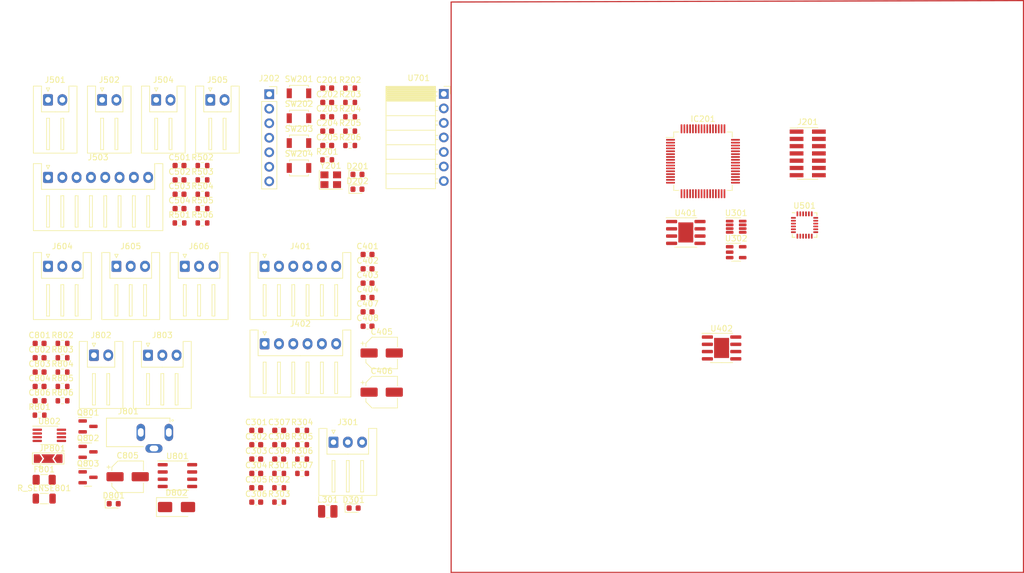
<source format=kicad_pcb>
(kicad_pcb (version 20221018) (generator pcbnew)
  (layers (0 "F.Cu" signal) (31 "B.Cu" signal) (34 "B.Paste" user) (35 "F.Paste" user) (36 "B.SilkS" user "B.Silkscreen") (37 "F.SilkS" user "F.Silkscreen") (38 "B.Mask" user) (39 "F.Mask" user) (44 "Edge.Cuts" user))
  (net 0 "")
  (net 2 "/STM32/LIDAR_PWM")
  (net 3 "/STM32/LIDAR_MOTOR_ENABLE")
  (net 4 "/STM32/LIDAR_MESURE_ENABLE")
  (net 8 "+3V3")
  (net 9 "GND")
  (net 10 "/STM32/OSC_IN")
  (net 11 "/STM32/OSC_OUT")
  (net 12 "/STM32/NRST")
  (net 14 "/Drivers and motors connectors/MOTOR_1_FWD")
  (net 15 "/Drivers and motors connectors/MOTOR_1_REV")
  (net 17 "Net-(D201-A)")
  (net 18 "Net-(D202-A)")
  (net 19 "/STM32/USART2_TX")
  (net 20 "/STM32/USART2_RX")
  (net 23 "/Drivers and motors connectors/ENCODER_2_A")
  (net 24 "/Drivers and motors connectors/ENCODER_2_B")
  (net 25 "/STM32/USART3_TX")
  (net 26 "/STM32/USART3_RX")
  (net 30 "/STM32/I2C_SCL")
  (net 31 "/STM32/I2C_SDA")
  (net 33 "/STM32/Bordure_1")
  (net 34 "/STM32/Bordure_2")
  (net 35 "/STM32/Bordure_3")
  (net 36 "/Drivers and motors connectors/ENCODER_1_B")
  (net 37 "/Drivers and motors connectors/ENCODER_1_A")
  (net 38 "/STM32/Bumper_1")
  (net 39 "/STM32/Bumper_2")
  (net 40 "/STM32/Bumper_3")
  (net 41 "/STM32/Bumper_4")
  (net 42 "/STM32/BTN_1")
  (net 43 "/STM32/BTN_2")
  (net 44 "/STM32/BTN_3")
  (net 45 "/STM32/SWDIO")
  (net 46 "/STM32/SWCLK")
  (net 50 "/STM32/PD0")
  (net 51 "/STM32/PD1")
  (net 52 "/STM32/PD2")
  (net 53 "/STM32/PD3")
  (net 54 "/STM32/PD4")
  (net 55 "/STM32/PD5")
  (net 56 "/STM32/PD6")
  (net 60 "/STM32/USART1_TX")
  (net 61 "/STM32/USART1_RX")
  (net 62 "/Drivers and motors connectors/MOTOR_2_REV")
  (net 63 "/Drivers and motors connectors/MOTOR_2_FWD")
  (net 67 "+3.3V")
  (net 71 "Net-(U301-PG)")
  (net 72 "+BATT")
  (net 73 "Net-(U301-SW)")
  (net 74 "Net-(U301-BST)")
  (net 75 "Net-(U301-EN{slash}SYNC)")
  (net 76 "Net-(U301-VCC)")
  (net 77 "Net-(U301-FB)")
  (net 78 "+5V")
  (net 80 "Net-(J401-Pin_1)")
  (net 81 "Net-(J401-Pin_6)")
  (net 82 "Net-(J402-Pin_1)")
  (net 83 "Net-(J402-Pin_6)")
  (net 90 "Net-(U501-REGOUT)")
  (net 97 "Net-(U501-CPOUT)")
  (net 100 "Net-(SW202-B)")
  (net 101 "Net-(SW203-B)")
  (net 102 "Net-(SW204-B)")
  (net 103 "Net-(C205-Pad1)")
  (net 104 "Net-(C304-Pad1)")
  (net 105 "Net-(C305-Pad1)")
  (net 106 "Net-(U801-TIMER)")
  (net 107 "Net-(U802-VDD)")
  (net 108 "Net-(U802-Vc)")
  (net 109 "Li_Ion-")
  (net 110 "Net-(U802-Sense)")
  (net 111 "BAT+")
  (net 112 "Net-(D802-K)")
  (net 113 "Net-(D201-K)")
  (net 114 "Net-(D202-K)")
  (net 115 "Net-(D301-K)")
  (net 116 "Net-(D801-K)")
  (net 117 "Net-(D801-A)")
  (net 118 "V_ALIM")
  (net 119 "Net-(JP801-C)")
  (net 122 "NiMh+")
  (net 123 "Li_Ion+")
  (net 124 "Li_Ion_INTER")
  (net 125 "Net-(Q801-D)")
  (net 126 "Net-(Q801-G)")
  (net 127 "Net-(Q802-G)")
  (net 128 "Net-(Q803-G)")
  (net 129 "Net-(Q803-S)")
  (net 130 "Net-(U802-V-)")
  (net 131 "Net-(U801-PROG)")
  (footprint "Resistor_SMD:R_0603_1608Metric" (layer "F.Cu") (at 28.8525 111.95)
    (fp_text reference "R802" (at 0 -1.43) (layer "F.SilkS"))
    (fp_text value "100")
    (pad "1" smd roundrect (at -0.825 0) (size 0.8 0.95) (layers "F.Cu" "F.Paste" "F.Mask") (net 107 "Net-(U802-VDD)"))
    (pad "2" smd roundrect (at 0.825 0) (size 0.8 0.95) (layers "F.Cu" "F.Paste" "F.Mask") (net 123 "Li_Ion+"))
  )
  (footprint "Resistor_SMD:R_0603_1608Metric" (layer "F.Cu") (at 79.1025 77.34)
    (fp_text reference "R206" (at 0 -1.43) (layer "F.SilkS"))
    (fp_text value "10")
    (pad "1" smd roundrect (at -0.825 0) (size 0.8 0.95) (layers "F.Cu" "F.Paste" "F.Mask") (net 11 "/STM32/OSC_OUT"))
    (pad "2" smd roundrect (at 0.825 0) (size 0.8 0.95) (layers "F.Cu" "F.Paste" "F.Mask") (net 103 "Net-(C205-Pad1)"))
  )
  (footprint "Connector_JST:JST_XH_S2B-XH-A_1x02_P2.50mm_Horizontal" (layer "F.Cu") (at 26.3125 69.37)
    (fp_text reference "J501" (at 1.25 -3.5) (layer "F.SilkS"))
    (fp_text value "Conn_Bmp_1")
    (pad "1" thru_hole roundrect (at 0 0) (size 1.7 2) (drill 1) (layers "*.Cu" "*.Mask") (roundrect_rratio 0.147059) (net 9 "GND"))
    (pad "2" thru_hole oval (at 2.5 0) (size 1.7 2) (drill 1) (layers "*.Cu" "*.Mask") (net 38 "/STM32/Bumper_1"))
  )
  (footprint "Capacitor_SMD:C_0603_1608Metric" (layer "F.Cu") (at 82.1425 103.93)
    (fp_text reference "C404" (at 0 -1.43) (layer "F.SilkS"))
    (fp_text value "47nF")
    (pad "1" smd roundrect (at -0.775 0) (size 0.9 0.95) (layers "F.Cu" "F.Paste" "F.Mask") (net 82 "Net-(J402-Pin_1)"))
    (pad "2" smd roundrect (at 0.775 0) (size 0.9 0.95) (layers "F.Cu" "F.Paste" "F.Mask") (net 9 "GND"))
  )
  (footprint "Package_TO_SOT_SMD:SOT-23" (layer "F.Cu") (at 33.3025 130.92)
    (fp_text reference "Q802" (at 0 -2.4) (layer "F.SilkS"))
    (fp_text value "NMOS")
    (pad "1" smd roundrect (at -0.9375 -0.95) (size 1.475 0.6) (layers "F.Cu" "F.Paste" "F.Mask") (net 125 "Net-(Q801-D)"))
    (pad "2" smd roundrect (at -0.9375 0.95) (size 1.475 0.6) (layers "F.Cu" "F.Paste" "F.Mask") (net 127 "Net-(Q802-G)"))
    (pad "3" smd roundrect (at 0.9375 0) (size 1.475 0.6) (layers "F.Cu" "F.Paste" "F.Mask") (net 9 "GND"))
  )
  (footprint "Resistor_SMD:R_0603_1608Metric" (layer "F.Cu") (at 53.3025 90.89)
    (fp_text reference "R506" (at 0 -1.43) (layer "F.SilkS"))
    (fp_text value "4.7k")
    (pad "1" smd roundrect (at -0.825 0) (size 0.8 0.95) (layers "F.Cu" "F.Paste" "F.Mask") (net 30 "/STM32/I2C_SCL"))
    (pad "2" smd roundrect (at 0.825 0) (size 0.8 0.95) (layers "F.Cu" "F.Paste" "F.Mask") (net 8 "+3V3"))
  )
  (footprint "Capacitor_SMD:C_0603_1608Metric" (layer "F.Cu") (at 66.7025 129.67)
    (fp_text reference "C308" (at 0 -1.43) (layer "F.SilkS"))
    (fp_text value "1uF")
    (pad "1" smd roundrect (at -0.775 0) (size 0.9 0.95) (layers "F.Cu" "F.Paste" "F.Mask") (net 78 "+5V"))
    (pad "2" smd roundrect (at 0.775 0) (size 0.9 0.95) (layers "F.Cu" "F.Paste" "F.Mask") (net 9 "GND"))
  )
  (footprint "Fuse:Fuse_1206_3216Metric" (layer "F.Cu") (at 25.6425 135.8)
    (fp_text reference "F801" (at 0 -1.82) (layer "F.SilkS"))
    (fp_text value "MF-NSML150/12-2")
    (pad "1" smd roundrect (at -1.4 0) (size 1.25 1.75) (layers "F.Cu" "F.Paste" "F.Mask") (roundrect_rratio 0.2) (net 111 "BAT+"))
    (pad "2" smd roundrect (at 1.4 0) (size 1.25 1.75) (layers "F.Cu" "F.Paste" "F.Mask") (roundrect_rratio 0.2) (net 119 "Net-(JP801-C)"))
  )
  (footprint "Connector_PinHeader_1.27mm:PinHeader_2x07_P1.27mm_Vertical_SMD" (layer "F.Cu") (at 159.05 78.73)
    (fp_text reference "J201" (at 0 -5.505) (layer "F.SilkS"))
    (fp_text value "ST/link connector")
    (pad "1" smd rect (at -1.95 -3.81) (size 2.4 0.74) (layers "F.Cu" "F.Paste" "F.Mask"))
    (pad "2" smd rect (at 1.95 -3.81) (size 2.4 0.74) (layers "F.Cu" "F.Paste" "F.Mask"))
    (pad "3" smd rect (at -1.95 -2.54) (size 2.4 0.74) (layers "F.Cu" "F.Paste" "F.Mask") (net 67 "+3.3V"))
    (pad "4" smd rect (at 1.95 -2.54) (size 2.4 0.74) (layers "F.Cu" "F.Paste" "F.Mask") (net 45 "/STM32/SWDIO"))
    (pad "5" smd rect (at -1.95 -1.27) (size 2.4 0.74) (layers "F.Cu" "F.Paste" "F.Mask") (net 9 "GND"))
    (pad "6" smd rect (at 1.95 -1.27) (size 2.4 0.74) (layers "F.Cu" "F.Paste" "F.Mask") (net 46 "/STM32/SWCLK"))
    (pad "7" smd rect (at -1.95 0) (size 2.4 0.74) (layers "F.Cu" "F.Paste" "F.Mask") (net 9 "GND"))
    (pad "8" smd rect (at 1.95 0) (size 2.4 0.74) (layers "F.Cu" "F.Paste" "F.Mask"))
    (pad "9" smd rect (at -1.95 1.27) (size 2.4 0.74) (layers "F.Cu" "F.Paste" "F.Mask"))
    (pad "10" smd rect (at 1.95 1.27) (size 2.4 0.74) (layers "F.Cu" "F.Paste" "F.Mask"))
    (pad "11" smd rect (at -1.95 2.54) (size 2.4 0.74) (layers "F.Cu" "F.Paste" "F.Mask") (net 9 "GND"))
    (pad "12" smd rect (at 1.95 2.54) (size 2.4 0.74) (layers "F.Cu" "F.Paste" "F.Mask") (net 12 "/STM32/NRST"))
    (pad "13" smd rect (at -1.95 3.81) (size 2.4 0.74) (layers "F.Cu" "F.Paste" "F.Mask") (net 61 "/STM32/USART1_RX"))
    (pad "14" smd rect (at 1.95 3.81) (size 2.4 0.74) (layers "F.Cu" "F.Paste" "F.Mask") (net 60 "/STM32/USART1_TX"))
  )
  (footprint "Resistor_SMD:R_0603_1608Metric" (layer "F.Cu") (at 70.7125 127.16)
    (fp_text reference "R304" (at 0 -1.43) (layer "F.SilkS"))
    (fp_text value "16k")
    (pad "1" smd roundrect (at -0.825 0) (size 0.8 0.95) (layers "F.Cu" "F.Paste" "F.Mask") (net 77 "Net-(U301-FB)"))
    (pad "2" smd roundrect (at 0.825 0) (size 0.8 0.95) (layers "F.Cu" "F.Paste" "F.Mask") (net 105 "Net-(C305-Pad1)"))
  )
  (footprint "Capacitor_SMD:C_0603_1608Metric" (layer "F.Cu") (at 24.8425 114.46)
    (fp_text reference "C802" (at 0 -1.43) (layer "F.SilkS"))
    (fp_text value "100n")
    (pad "1" smd roundrect (at -0.775 0) (size 0.9 0.95) (layers "F.Cu" "F.Paste" "F.Mask") (net 107 "Net-(U802-VDD)"))
    (pad "2" smd roundrect (at 0.775 0) (size 0.9 0.95) (layers "F.Cu" "F.Paste" "F.Mask") (net 108 "Net-(U802-Vc)"))
  )
  (footprint "Connector_JST:JST_XH_S2B-XH-A_1x02_P2.50mm_Horizontal" (layer "F.Cu") (at 45.2125 69.37)
    (fp_text reference "J504" (at 1.25 -3.5) (layer "F.SilkS"))
    (fp_text value "Conn_Bmp_3")
    (pad "1" thru_hole roundrect (at 0 0) (size 1.7 2) (drill 1) (layers "*.Cu" "*.Mask") (roundrect_rratio 0.147059) (net 9 "GND"))
    (pad "2" thru_hole oval (at 2.5 0) (size 1.7 2) (drill 1) (layers "*.Cu" "*.Mask") (net 39 "/STM32/Bumper_2"))
  )
  (footprint "Capacitor_SMD:C_0603_1608Metric" (layer "F.Cu") (at 82.1425 98.91)
    (fp_text reference "C402" (at 0 -1.43) (layer "F.SilkS"))
    (fp_text value "1uF")
    (pad "1" smd roundrect (at -0.775 0) (size 0.9 0.95) (layers "F.Cu" "F.Paste" "F.Mask") (net 8 "+3V3"))
    (pad "2" smd roundrect (at 0.775 0) (size 0.9 0.95) (layers "F.Cu" "F.Paste" "F.Mask") (net 9 "GND"))
  )
  (footprint "Capacitor_SMD:C_0603_1608Metric" (layer "F.Cu") (at 24.8425 119.48)
    (fp_text reference "C804" (at 0 -1.43) (layer "F.SilkS"))
    (fp_text value "100nF")
    (pad "1" smd roundrect (at -0.775 0) (size 0.9 0.95) (layers "F.Cu" "F.Paste" "F.Mask") (net 110 "Net-(U802-Sense)"))
    (pad "2" smd roundrect (at 0.775 0) (size 0.9 0.95) (layers "F.Cu" "F.Paste" "F.Mask") (net 109 "Li_Ion-"))
  )
  (footprint "Resistor_SMD:R_0603_1608Metric" (layer "F.Cu") (at 70.7125 129.67)
    (fp_text reference "R305" (at 0 -1.43) (layer "F.SilkS"))
    (fp_text value "7.68k")
    (pad "1" smd roundrect (at -0.825 0) (size 0.8 0.95) (layers "F.Cu" "F.Paste" "F.Mask") (net 9 "GND"))
    (pad "2" smd roundrect (at 0.825 0) (size 0.8 0.95) (layers "F.Cu" "F.Paste" "F.Mask") (net 105 "Net-(C305-Pad1)"))
  )
  (footprint "Capacitor_SMD:C_0603_1608Metric" (layer "F.Cu") (at 49.2925 85.87)
    (fp_text reference "C503" (at 0 -1.43) (layer "F.SilkS"))
    (fp_text value "0.1uF")
    (pad "1" smd roundrect (at -0.775 0) (size 0.9 0.95) (layers "F.Cu" "F.Paste" "F.Mask") (net 90 "Net-(U501-REGOUT)"))
    (pad "2" smd roundrect (at 0.775 0) (size 0.9 0.95) (layers "F.Cu" "F.Paste" "F.Mask") (net 9 "GND"))
  )
  (footprint "Resistor_SMD:R_0603_1608Metric" (layer "F.Cu") (at 79.1025 67.3)
    (fp_text reference "R202" (at 0 -1.43) (layer "F.SilkS"))
    (fp_text value "20k")
    (pad "1" smd roundrect (at -0.825 0) (size 0.8 0.95) (layers "F.Cu" "F.Paste" "F.Mask") (net 43 "/STM32/BTN_2"))
    (pad "2" smd roundrect (at 0.825 0) (size 0.8 0.95) (layers "F.Cu" "F.Paste" "F.Mask") (net 101 "Net-(SW203-B)"))
  )
  (footprint "LED_SMD:LED_0603_1608Metric" (layer "F.Cu") (at 80.3825 82.4)
    (fp_text reference "D201" (at 0 -1.43) (layer "F.SilkS"))
    (fp_text value "green")
    (pad "1" smd roundrect (at -0.7875 0) (size 0.875 0.95) (layers "F.Cu" "F.Paste" "F.Mask") (net 113 "Net-(D201-K)"))
    (pad "2" smd roundrect (at 0.7875 0) (size 0.875 0.95) (layers "F.Cu" "F.Paste" "F.Mask") (net 17 "Net-(D201-A)"))
  )
  (footprint "DCJack_footprint:WE_694102303002" (layer "F.Cu") (at 42.5225 127.52)
    (fp_text reference "J801" (at -2.185 -3.685) (layer "F.SilkS"))
    (fp_text value "DC_Jack_ALIM")
    (pad "1" thru_hole oval (at 4.9 0) (size 1.5 3) (drill oval 1 1.5) (layers "*.Cu" "*.Mask") (net 118 "V_ALIM"))
    (pad "2" thru_hole oval (at 0 0) (size 1.5 3) (drill oval 1 1.5) (layers "*.Cu" "*.Mask") (net 9 "GND"))
    (pad "3" thru_hole oval (at 2.3 2.8) (size 3 1.5) (drill oval 1.5 1) (layers "*.Cu" "*.Mask"))
  )
  (footprint "Resistor_SMD:R_0603_1608Metric" (layer "F.Cu") (at 53.3025 88.38)
    (fp_text reference "R505" (at 0 -1.43) (layer "F.SilkS"))
    (fp_text value "4.7k")
    (pad "1" smd roundrect (at -0.825 0) (size 0.8 0.95) (layers "F.Cu" "F.Paste" "F.Mask") (net 31 "/STM32/I2C_SDA"))
    (pad "2" smd roundrect (at 0.825 0) (size 0.8 0.95) (layers "F.Cu" "F.Paste" "F.Mask") (net 8 "+3V3"))
  )
  (footprint "Capacitor_SMD:C_0603_1608Metric" (layer "F.Cu") (at 75.0925 67.3)
    (fp_text reference "C201" (at 0 -1.43) (layer "F.SilkS"))
    (fp_text value "0.1uF")
    (pad "1" smd roundrect (at -0.775 0) (size 0.9 0.95) (layers "F.Cu" "F.Paste" "F.Mask") (net 100 "Net-(SW202-B)"))
    (pad "2" smd roundrect (at 0.775 0) (size 0.9 0.95) (layers "F.Cu" "F.Paste" "F.Mask") (net 9 "GND"))
  )
  (footprint "Connector_JST:JST_XH_S3B-XH-A_1x03_P2.50mm_Horizontal" (layer "F.Cu") (at 38.2625 98.47)
    (fp_text reference "J605" (at 2.5 -3.5) (layer "F.SilkS"))
    (fp_text value "Conn_bord2")
    (pad "1" thru_hole roundrect (at 0 0) (size 1.7 1.95) (drill 0.95) (layers "*.Cu" "*.Mask") (roundrect_rratio 0.147059) (net 9 "GND"))
    (pad "2" thru_hole oval (at 2.5 0) (size 1.7 1.95) (drill 0.95) (layers "*.Cu" "*.Mask") (net 67 "+3.3V"))
    (pad "3" thru_hole oval (at 5 0) (size 1.7 1.95) (drill 0.95) (layers "*.Cu" "*.Mask") (net 34 "/STM32/Bordure_2"))
  )
  (footprint "Capacitor_SMD:C_0603_1608Metric" (layer "F.Cu") (at 62.6925 129.67)
    (fp_text reference "C302" (at 0 -1.43) (layer "F.SilkS"))
    (fp_text value "0.1uF")
    (pad "1" smd roundrect (at -0.775 0) (size 0.9 0.95) (layers "F.Cu" "F.Paste" "F.Mask") (net 76 "Net-(U301-VCC)"))
    (pad "2" smd roundrect (at 0.775 0) (size 0.9 0.95) (layers "F.Cu" "F.Paste" "F.Mask") (net 9 "GND"))
  )
  (footprint "Resistor_SMD:R_0603_1608Metric" (layer "F.Cu") (at 66.7025 134.69)
    (fp_text reference "R301" (at 0 -1.43) (layer "F.SilkS"))
    (fp_text value "10k")
    (pad "1" smd roundrect (at -0.825 0) (size 0.8 0.95) (layers "F.Cu" "F.Paste" "F.Mask") (net 72 "+BATT"))
    (pad "2" smd roundrect (at 0.825 0) (size 0.8 0.95) (layers "F.Cu" "F.Paste" "F.Mask") (net 75 "Net-(U301-EN{slash}SYNC)"))
  )
  (footprint "Capacitor_SMD:C_0603_1608Metric" (layer "F.Cu") (at 82.1425 96.4)
    (fp_text reference "C401" (at 0 -1.43) (layer "F.SilkS"))
    (fp_text value "1uF")
    (pad "1" smd roundrect (at -0.775 0) (size 0.9 0.95) (layers "F.Cu" "F.Paste" "F.Mask") (net 8 "+3V3"))
    (pad "2" smd roundrect (at 0.775 0) (size 0.9 0.95) (layers "F.Cu" "F.Paste" "F.Mask") (net 9 "GND"))
  )
  (footprint "Connector_JST:JST_XH_S3B-XH-A_1x03_P2.50mm_Horizontal" (layer "F.Cu") (at 26.3125 98.47)
    (fp_text reference "J604" (at 2.5 -3.5) (layer "F.SilkS"))
    (fp_text value "Conn_bord1")
    (pad "1" thru_hole roundrect (at 0 0) (size 1.7 1.95) (drill 0.95) (layers "*.Cu" "*.Mask") (roundrect_rratio 0.147059) (net 9 "GND"))
    (pad "2" thru_hole oval (at 2.5 0) (size 1.7 1.95) (drill 0.95) (layers "*.Cu" "*.Mask") (net 67 "+3.3V"))
    (pad "3" thru_hole oval (at 5 0) (size 1.7 1.95) (drill 0.95) (layers "*.Cu" "*.Mask") (net 33 "/STM32/Bordure_1"))
  )
  (footprint "Button_Switch_SMD:SW_SPST_B3U-1000P" (layer "F.Cu") (at 70.1625 72.57)
    (fp_text reference "SW202" (at 0 -2.5) (layer "F.SilkS"))
    (fp_text value "BTN_1")
    (pad "1" smd rect (at -1.7 0) (size 0.9 1.7) (layers "F.Cu" "F.Paste" "F.Mask") (net 9 "GND"))
    (pad "2" smd rect (at 1.7 0) (size 0.9 1.7) (layers "F.Cu" "F.Paste" "F.Mask") (net 100 "Net-(SW202-B)"))
  )
  (footprint "Capacitor_SMD:C_0603_1608Metric" (layer "F.Cu") (at 62.6925 132.18)
    (fp_text reference "C303" (at 0 -1.43) (layer "F.SilkS"))
    (fp_text value "0.1uF")
    (pad "1" smd roundrect (at -0.775 0) (size 0.9 0.95) (layers "F.Cu" "F.Paste" "F.Mask") (net 72 "+BATT"))
    (pad "2" smd roundrect (at 0.775 0) (size 0.9 0.95) (layers "F.Cu" "F.Paste" "F.Mask") (net 9 "GND"))
  )
  (footprint "Capacitor_SMD:C_0603_1608Metric" (layer "F.Cu") (at 24.8425 121.99)
    (fp_text reference "C806" (at 0 -1.43) (layer "F.SilkS"))
    (fp_text value "1µF")
    (pad "1" smd roundrect (at -0.775 0) (size 0.9 0.95) (layers "F.Cu" "F.Paste" "F.Mask") (net 112 "Net-(D802-K)"))
    (pad "2" smd roundrect (at 0.775 0) (size 0.9 0.95) (layers "F.Cu" "F.Paste" "F.Mask") (net 9 "GND"))
  )
  (footprint "Connector_JST:JST_XH_S8B-XH-A_1x08_P2.50mm_Horizontal" (layer "F.Cu") (at 26.3125 82.92)
    (fp_text reference "J503" (at 8.75 -3.5) (layer "F.SilkS"))
    (fp_text value "Conn_lidar")
    (pad "1" thru_hole roundrect (at 0 0) (size 1.7 1.95) (drill 0.95) (layers "*.Cu" "*.Mask") (roundrect_rratio 0.147059))
    (pad "2" thru_hole oval (at 2.5 0) (size 1.7 1.95) (drill 0.95) (layers "*.Cu" "*.Mask") (net 3 "/STM32/LIDAR_MOTOR_ENABLE"))
    (pad "3" thru_hole oval (at 5 0) (size 1.7 1.95) (drill 0.95) (layers "*.Cu" "*.Mask") (net 4 "/STM32/LIDAR_MESURE_ENABLE"))
    (pad "4" thru_hole oval (at 7.5 0) (size 1.7 1.95) (drill 0.95) (layers "*.Cu" "*.Mask") (net 2 "/STM32/LIDAR_PWM"))
    (pad "5" thru_hole oval (at 10 0) (size 1.7 1.95) (drill 0.95) (layers "*.Cu" "*.Mask") (net 9 "GND"))
    (pad "6" thru_hole oval (at 12.5 0) (size 1.7 1.95) (drill 0.95) (layers "*.Cu" "*.Mask") (net 19 "/STM32/USART2_TX"))
    (pad "7" thru_hole oval (at 15 0) (size 1.7 1.95) (drill 0.95) (layers "*.Cu" "*.Mask") (net 20 "/STM32/USART2_RX"))
    (pad "8" thru_hole oval (at 17.5 0) (size 1.7 1.95) (drill 0.95) (layers "*.Cu" "*.Mask") (net 78 "+5V"))
  )
  (footprint "Inductor_SMD:L_1008_2520Metric" (layer "F.Cu") (at 75.1925 141.33)
    (fp_text reference "L301" (at 0 -2.05) (layer "F.SilkS"))
    (fp_text value "4.7uH")
    (pad "1" smd roundrect (at -1.075 0) (size 1.25 2.2) (layers "F.Cu" "F.Paste" "F.Mask") (roundrect_rratio 0.2) (net 73 "Net-(U301-SW)"))
    (pad "2" smd roundrect (at 1.075 0) (size 1.25 2.2) (layers "F.Cu" "F.Paste" "F.Mask") (roundrect_rratio 0.2) (net 78 "+5V"))
  )
  (footprint "Capacitor_SMD:C_0603_1608Metric" (layer "F.Cu") (at 75.0925 69.81)
    (fp_text reference "C202" (at 0 -1.43) (layer "F.SilkS"))
    (fp_text value "0.1uF")
    (pad "1" smd roundrect (at -0.775 0) (size 0.9 0.95) (layers "F.Cu" "F.Paste" "F.Mask") (net 101 "Net-(SW203-B)"))
    (pad "2" smd roundrect (at 0.775 0) (size 0.9 0.95) (layers "F.Cu" "F.Paste" "F.Mask") (net 9 "GND"))
  )
  (footprint "Capacitor_SMD:C_0603_1608Metric" (layer "F.Cu") (at 24.8425 111.95)
    (fp_text reference "C801" (at 0 -1.43) (layer "F.SilkS"))
    (fp_text value "0.1µF")
    (pad "1" smd roundrect (at -0.775 0) (size 0.9 0.95) (layers "F.Cu" "F.Paste" "F.Mask") (net 106 "Net-(U801-TIMER)"))
    (pad "2" smd roundrect (at 0.775 0) (size 0.9 0.95) (layers "F.Cu" "F.Paste" "F.Mask") (net 9 "GND"))
  )
  (footprint "Resistor_SMD:R_0603_1608Metric" (layer "F.Cu") (at 75.0925 79.85)
    (fp_text reference "R201" (at 0 -1.43) (layer "F.SilkS"))
    (fp_text value "20k")
    (pad "1" smd roundrect (at -0.825 0) (size 0.8 0.95) (layers "F.Cu" "F.Paste" "F.Mask") (net 42 "/STM32/BTN_1"))
    (pad "2" smd roundrect (at 0.825 0) (size 0.8 0.95) (layers "F.Cu" "F.Paste" "F.Mask") (net 100 "Net-(SW202-B)"))
  )
  (footprint "Capacitor_SMD:CP_Elec_5x5.4" (layer "F.Cu") (at 84.6125 120.48)
    (fp_text reference "C406" (at 0 -3.7) (layer "F.SilkS"))
    (fp_text value "10uF")
    (pad "1" smd roundrect (at -2.2 0) (size 3 1.6) (layers "F.Cu" "F.Paste" "F.Mask") (roundrect_rratio 0.15625) (net 72 "+BATT"))
    (pad "2" smd roundrect (at 2.2 0) (size 3 1.6) (layers "F.Cu" "F.Paste" "F.Mask") (roundrect_rratio 0.15625) (net 9 "GND"))
  )
  (footprint "Capacitor_SMD:C_0603_1608Metric" (layer "F.Cu") (at 66.7025 132.18)
    (fp_text reference "C309" (at 0 -1.43) (layer "F.SilkS"))
    (fp_text value "1uF")
    (pad "1" smd roundrect (at -0.775 0) (size 0.9 0.95) (layers "F.Cu" "F.Paste" "F.Mask") (net 8 "+3V3"))
    (pad "2" smd roundrect (at 0.775 0) (size 0.9 0.95) (layers "F.Cu" "F.Paste" "F.Mask") (net 9 "GND"))
  )
  (footprint "Capacitor_SMD:C_0603_1608Metric" (layer "F.Cu") (at 75.0925 72.32)
    (fp_text reference "C203" (at 0 -1.43) (layer "F.SilkS"))
    (fp_text value "0.1uF")
    (pad "1" smd roundrect (at -0.775 0) (size 0.9 0.95) (layers "F.Cu" "F.Paste" "F.Mask") (net 102 "Net-(SW204-B)"))
    (pad "2" smd roundrect (at 0.775 0) (size 0.9 0.95) (layers "F.Cu" "F.Paste" "F.Mask") (net 9 "GND"))
  )
  (footprint "Package_TO_SOT_SMD:SOT-23" (layer "F.Cu") (at 33.3025 135.37)
    (fp_text reference "Q803" (at 0 -2.4) (layer "F.SilkS"))
    (fp_text value "PMOS")
    (pad "1" smd roundrect (at -0.9375 -0.95) (size 1.475 0.6) (layers "F.Cu" "F.Paste" "F.Mask") (net 111 "BAT+"))
    (pad "2" smd roundrect (at -0.9375 0.95) (size 1.475 0.6) (layers "F.Cu" "F.Paste" "F.Mask") (net 128 "Net-(Q803-G)"))
    (pad "3" smd roundrect (at 0.9375 0) (size 1.475 0.6) (layers "F.Cu" "F.Paste" "F.Mask") (net 129 "Net-(Q803-S)"))
  )
  (footprint "Capacitor_SMD:C_0603_1608Metric" (layer "F.Cu") (at 62.6925 134.69)
    (fp_text reference "C304" (at 0 -1.43) (layer "F.SilkS"))
    (fp_text value "0.1uF")
    (pad "1" smd roundrect (at -0.775 0) (size 0.9 0.95) (layers "F.Cu" "F.Paste" "F.Mask") (net 104 "Net-(C304-Pad1)"))
    (pad "2" smd roundrect (at 0.775 0) (size 0.9 0.95) (layers "F.Cu" "F.Paste" "F.Mask") (net 73 "Net-(U301-SW)"))
  )
  (footprint "Package_TO_SOT_SMD:SOT-23-5" (layer "F.Cu") (at 146.55 96)
    (fp_text reference "U302" (at 0 -2.4) (layer "F.SilkS"))
    (fp_text value "MIC5317-3.3xM5")
    (pad "1" smd roundrect (at -1.1375 -0.95) (size 1.325 0.6) (layers "F.Cu" "F.Paste" "F.Mask") (net 78 "+5V"))
    (pad "2" smd roundrect (at -1.1375 0) (size 1.325 0.6) (layers "F.Cu" "F.Paste" "F.Mask") (net 9 "GND"))
    (pad "3" smd roundrect (at -1.1375 0.95) (size 1.325 0.6) (layers "F.Cu" "F.Paste" "F.Mask") (net 78 "+5V"))
    (pad "4" smd roundrect (at 1.1375 0.95) (size 1.325 0.6) (layers "F.Cu" "F.Paste" "F.Mask"))
    (pad "5" smd roundrect (at 1.1375 -0.95) (size 1.325 0.6) (layers "F.Cu" "F.Paste" "F.Mask") (net 8 "+3V3"))
  )
  (footprint "Connector_JST:JST_XH_S6B-XH-A_1x06_P2.50mm_Horizontal" (layer "F.Cu") (at 64.1625 98.47)
    (fp_text reference "J401" (at 6.25 -3.5) (layer "F.SilkS"))
    (fp_text value "Conn_motor1")
    (pad "1" thru_hole roundrect (at 0 0) (size 1.7 1.95) (drill 0.95) (layers "*.Cu" "*.Mask") (roundrect_rratio 0.147059) (net 80 "Net-(J401-Pin_1)"))
    (pad "2" thru_hole oval (at 2.5 0) (size 1.7 1.95) (drill 0.95) (layers "*.Cu" "*.Mask") (net 9 "GND"))
    (pad "3" thru_hole oval (at 5 0) (size 1.7 1.95) (drill 0.95) (layers "*.Cu" "*.Mask") (net 37 "/Drivers and motors connectors/ENCODER_1_A"))
    (pad "4" thru_hole oval (at 7.5 0) (size 1.7 1.95) (drill 0.95) (layers "*.Cu" "*.Mask") (net 36 "/Drivers and motors connectors/ENCODER_1_B"))
    (pad "5" thru_hole oval (at 10 0) (size 1.7 1.95) (drill 0.95) (layers "*.Cu" "*.Mask") (net 8 "+3V3"))
    (pad "6" thru_hole oval (at 12.5 0) (size 1.7 1.95) (drill 0.95) (layers "*.Cu" "*.Mask") (net 81 "Net-(J401-Pin_6)"))
  )
  (footprint "Package_SO:MSOP-8_3x3mm_P0.65mm" (layer "F.Cu") (at 26.5425 128.03)
    (fp_text reference "U802" (at 0 -2.45) (layer "F.SilkS"))
    (fp_text value "~")
    (pad "1" smd roundrect (at -2.1125 -0.975) (size 1.625 0.4) (layers "F.Cu" "F.Paste" "F.Mask") (net 107 "Net-(U802-VDD)"))
    (pad "2" smd roundrect (at -2.1125 -0.325) (size 1.625 0.4) (layers "F.Cu" "F.Paste" "F.Mask") (net 127 "Net-(Q802-G)"))
    (pad "3" smd roundrect (at -2.1125 0.325) (size 1.625 0.4) (layers "F.Cu" "F.Paste" "F.Mask") (net 130 "Net-(U802-V-)"))
    (pad "4" smd roundrect (at -2.1125 0.975) (size 1.625 0.4) (layers "F.Cu" "F.Paste" "F.Mask") (net 109 "Li_Ion-"))
    (pad "5" smd roundrect (at 2.1125 0.975) (size 1.625 0.4) (layers "F.Cu" "F.Paste" "F.Mask") (net 110 "Net-(U802-Sense)"))
    (pad "6" smd roundrect (at 2.1125 0.325) (size 1.625 0.4) (layers "F.Cu" "F.Paste" "F.Mask") (net 108 "Net-(U802-Vc)"))
    (pad "7" smd roundrect (at 2.1125 -0.325) (size 1.625 0.4) (layers "F.Cu" "F.Paste" "F.Mask"))
    (pad "8" smd roundrect (at 2.1125 -0.975) (size 1.625 0.4) (layers "F.Cu" "F.Paste" "F.Mask") (net 126 "Net-(Q801-G)"))
  )
  (footprint "Connector_JST:JST_XH_S3B-XH-A_1x03_P2.50mm_Horizontal" (layer "F.Cu") (at 43.7825 114.02)
    (fp_text reference "J803" (at 2.5 -3.5) (layer "F.SilkS"))
    (fp_text value "Li-Ion_Conn")
    (pad "1" thru_hole roundrect (at 0 0) (size 1.7 1.95) (drill 0.95) (layers "*.Cu" "*.Mask") (roundrect_rratio 0.147059) (net 123 "Li_Ion+"))
    (pad "2" thru_hole oval (at 2.5 0) (size 1.7 1.95) (drill 0.95) (layers "*.Cu" "*.Mask") (net 124 "Li_Ion_INTER"))
    (pad "3" thru_hole oval (at 5 0) (size 1.7 1.95) (drill 0.95) (layers "*.Cu" "*.Mask") (net 109 "Li_Ion-"))
  )
  (footprint "Crystal:Crystal_SMD_3225-4Pin_3.2x2.5mm" (layer "F.Cu") (at 75.7125 83.33)
    (fp_text reference "Y201" (at 0 -2.45) (layer "F.SilkS"))
    (fp_text value "Crystal")
    (pad "1" smd rect (at -1.1 0.85) (size 1.4 1.2) (layers "F.Cu" "F.Paste" "F.Mask") (net 10 "/STM32/OSC_IN"))
    (pad "2" smd rect (at 1.1 0.85) (size 1.4 1.2) (layers "F.Cu" "F.Paste" "F.Mask") (net 103 "Net-(C205-Pad1)"))
    (pad "3" smd rect (at 1.1 -0.85) (size 1.4 1.2) (layers "F.Cu" "F.Paste" "F.Mask"))
    (pad "4" smd rect (at -1.1 -0.85) (size 1.4 1.2) (layers "F.Cu" "F.Paste" "F.Mask"))
  )
  (footprint "Resistor_SMD:R_0603_1608Metric" (layer "F.Cu") (at 28.8525 119.48)
    (fp_text reference "R805" (at 0 -1.43) (layer "F.SilkS"))
    (fp_text value "2k")
    (pad "1" smd roundrect (at -0.825 0) (size 0.8 0.95) (layers "F.Cu" "F.Paste" "F.Mask") (net 130 "Net-(U802-V-)"))
    (pad "2" smd roundrect (at 0.825 0) (size 0.8 0.95) (layers "F.Cu" "F.Paste" "F.Mask") (net 9 "GND"))
  )
  (footprint "Resistor_SMD:R_0603_1608Metric" (layer "F.Cu") (at 66.7025 137.2)
    (fp_text reference "R302" (at 0 -1.43) (layer "F.SilkS"))
    (fp_text value "100k")
    (pad "1" smd roundrect (at -0.825 0) (size 0.8 0.95) (layers "F.Cu" "F.Paste" "F.Mask") (net 76 "Net-(U301-VCC)"))
    (pad "2" smd roundrect (at 0.825 0) (size 0.8 0.95) (layers "F.Cu" "F.Paste" "F.Mask") (net 71 "Net-(U301-PG)"))
  )
  (footprint "Capacitor_SMD:CP_Elec_5x5.4" (layer "F.Cu") (at 40.2225 135.27)
    (fp_text reference "C805" (at 0 -3.7) (layer "F.SilkS"))
    (fp_text value "10µ")
    (pad "1" smd roundrect (at -2.2 0) (size 3 1.6) (layers "F.Cu" "F.Paste" "F.Mask") (roundrect_rratio 0.15625) (net 111 "BAT+"))
    (pad "2" smd roundrect (at 2.2 0) (size 3 1.6) (layers "F.Cu" "F.Paste" "F.Mask") (roundrect_rratio 0.15625) (net 9 "GND"))
  )
  (footprint "Resistor_SMD:R_0603_1608Metric" (layer "F.Cu") (at 28.8525 116.97)
    (fp_text reference "R804" (at 0 -1.43) (layer "F.SilkS"))
    (fp_text value "100")
    (pad "1" smd roundrect (at -0.825 0) (size 0.8 0.95) (layers "F.Cu" "F.Paste" "F.Mask") (net 123 "Li_Ion+"))
    (pad "2" smd roundrect (at 0.825 0) (size 0.8 0.95) (layers "F.Cu" "F.Paste" "F.Mask") (net 110 "Net-(U802-Sense)"))
  )
  (footprint "Connector_JST:JST_XH_S3B-XH-A_1x03_P2.50mm_Horizontal" (layer "F.Cu") (at 50.2125 98.47)
    (fp_text reference "J606" (at 2.5 -3.5) (layer "F.SilkS"))
    (fp_text value "Conn_bord3")
    (pad "1" thru_hole roundrect (at 0 0) (size 1.7 1.95) (drill 0.95) (layers "*.Cu" "*.Mask") (roundrect_rratio 0.147059) (net 9 "GND"))
    (pad "2" thru_hole oval (at 2.5 0) (size 1.7 1.95) (drill 0.95) (layers "*.Cu" "*.Mask") (net 67 "+3.3V"))
    (pad "3" thru_hole oval (at 5 0) (size 1.7 1.95) (drill 0.95) (layers "*.Cu" "*.Mask") (net 35 "/STM32/Bordure_3"))
  )
  (footprint "Capacitor_SMD:C_0603_1608Metric" (layer "F.Cu") (at 82.1425 108.95)
    (fp_text reference "C408" (at 0 -1.43) (layer "F.SilkS"))
    (fp_text value "47nF")
    (pad "1" smd roundrect (at -0.775 0) (size 0.9 0.95) (layers "F.Cu" "F.Paste" "F.Mask") (net 83 "Net-(J402-Pin_6)"))
    (pad "2" smd roundrect (at 0.775 0) (size 0.9 0.95) (layers "F.Cu" "F.Paste" "F.Mask") (net 9 "GND"))
  )
  (footprint "Resistor_SMD:R_1206_3216Metric" (layer "F.Cu") (at 25.6425 139.09)
    (fp_text reference "R_SENSE801" (at 0 -1.82) (layer "F.SilkS"))
    (fp_text value "0.2")
    (pad "1" smd roundrect (at -1.4625 0) (size 1.125 1.75) (layers "F.Cu" "F.Paste" "F.Mask") (roundrect_rratio 0.222222) (net 112 "Net-(D802-K)"))
    (pad "2" smd roundrect (at 1.4625 0) (size 1.125 1.75) (layers "F.Cu" "F.Paste" "F.Mask") (roundrect_rratio 0.222222) (net 129 "Net-(Q803-S)"))
  )
  (footprint "Sensor_Motion:InvenSense_QFN-24_4x4mm_P0.5mm" (layer "F.Cu") (at 158.5 91.25)
    (fp_text reference "U501" (at 0 -3.375) (layer "F.SilkS"))
    (fp_text value "MPU-6050")
    (pad "1" smd roundrect (at -1.95 -1.25) (size 0.85 0.3) (layers "F.Cu" "F.Paste" "F.Mask") (net 9 "GND"))
    (pad "2" smd roundrect (at -1.95 -0.75) (size 0.85 0.3) (layers "F.Cu" "F.Paste" "F.Mask"))
    (pad "3" smd roundrect (at -1.95 -0.25) (size 0.85 0.3) (layers "F.Cu" "F.Paste" "F.Mask"))
    (pad "4" smd roundrect (at -1.95 0.25) (size 0.85 0.3) (layers "F.Cu" "F.Paste" "F.Mask"))
    (pad "5" smd roundrect (at -1.95 0.75) (size 0.85 0.3) (layers "F.Cu" "F.Paste" "F.Mask"))
    (pad "6" smd roundrect (at -1.95 1.25) (size 0.85 0.3) (layers "F.Cu" "F.Paste" "F.Mask"))
    (pad "7" smd roundrect (at -1.25 1.95 90) (size 0.85 0.3) (layers "F.Cu" "F.Paste" "F.Mask"))
    (pad "8" smd roundrect (at -0.75 1.95 90) (size 0.85 0.3) (layers "F.Cu" "F.Paste" "F.Mask") (net 8 "+3V3"))
    (pad "9" smd roundrect (at -0.25 1.95 90) (size 0.85 0.3) (layers "F.Cu" "F.Paste" "F.Mask") (net 9 "GND"))
    (pad "10" smd roundrect (at 0.25 1.95 90) (size 0.85 0.3) (layers "F.Cu" "F.Paste" "F.Mask") (net 90 "Net-(U501-REGOUT)"))
    (pad "11" smd roundrect (at 0.75 1.95 90) (size 0.85 0.3) (layers "F.Cu" "F.Paste" "F.Mask") (net 9 "GND"))
    (pad "12" smd roundrect (at 1.25 1.95 90) (size 0.85 0.3) (layers "F.Cu" "F.Paste" "F.Mask"))
    (pad "13" smd roundrect (at 1.95 1.25) (size 0.85 0.3) (layers "F.Cu" "F.Paste" "F.Mask") (net 8 "+3V3"))
    (pad "14" smd roundrect (at 1.95 0.75) (size 0.85 0.3) (layers "F.Cu" "F.Paste" "F.Mask"))
    (pad "15" smd roundrect (at 1.95 0.25) (size 0.85 0.3) (layers "F.Cu" "F.Paste" "F.Mask"))
    (pad "16" smd roundrect (at 1.95 -0.25) (size 0.85 0.3) (layers "F.Cu" "F.Paste" "F.Mask"))
    (pad "17" smd roundrect (at 1.95 -0.75) (size 0.85 0.3) (layers "F.Cu" "F.Paste" "F.Mask"))
    (pad "18" smd roundrect (at 1.95 -1.25) (size 0.85 0.3) (layers "F.Cu" "F.Paste" "F.Mask") (net 9 "GND"))
    (pad "19" smd roundrect (at 1.25 -1.95 90) (size 0.85 0.3) (layers "F.Cu" "F.Paste" "F.Mask"))
    (pad "20" smd roundrect (at 0.75 -1.95 90) (size 0.85 0.3) (layers "F.Cu" "F.Paste" "F.Mask") (net 97 "Net-(U501-CPOUT)"))
    (pad "21" smd roundrect (at 0.25 -1.95 90) (size 0.85 0.3) (layers "F.Cu" "F.Paste" "F.Mask"))
    (pad "22" smd roundrect (at -0.25 -1.95 90) (size 0.85 0.3) (layers "F.Cu" "F.Paste" "F.Mask"))
    (pad "23" smd roundrect (at -0.75 -1.95 90) (size 0.85 0.3) (layers "F.Cu" "F.Paste" "F.Mask") (net 30 "/STM32/I2C_SCL"))
    (pad "24" smd roundrect (at -1.25 -1.95 90) (size 0.85 0.3) (layers "F.Cu" "F.Paste" "F.Mask") (net 31 "/STM32/I2C_SDA"))
  )
  (footprint "Connector_JST:JST_XH_S2B-XH-A_1x02_P2.50mm_Horizontal" (layer "F.Cu") (at 34.3325 114.02)
    (fp_text reference "J802" (at 1.25 -3.5) (layer "F.SilkS"))
    (fp_text value "NiMH_Conn")
    (pad "1" thru_hole roundrect (at 0 0) (size 1.7 2) (drill 1) (layers "*.Cu" "*.Mask") (roundrect_rratio 0.147059) (net 122 "NiMh+"))
    (pad "2" thru_hole oval (at 2.5 0) (size 1.7 2) (drill 1) (layers "*.Cu" "*.Mask") (net 9 "GND"))
  )
  (footprint "Capacitor_SMD:C_0603_1608Metric" (layer "F.Cu") (at 75.0925 77.34)
    (fp_text reference "C205" (at 0 -1.43) (layer "F.SilkS"))
    (fp_text value "10pF")
    (pad "1" smd roundrect (at -0.775 0) (size 0.9 0.95) (layers "F.Cu" "F.Paste" "F.Mask") (net 103 "Net-(C205-Pad1)"))
    (pad "2" smd roundrect (at 0.775 0) (size 0.9 0.95) (layers "F.Cu" "F.Paste" "F.Mask") (net 9 "GND"))
  )
  (footprint "LED_SMD:LED_0603_1608Metric" (layer "F.Cu") (at 79.7125 140.75)
    (fp_text reference "D301" (at 0 -1.43) (layer "F.SilkS"))
    (fp_text value "blue")
    (pad "1" smd roundrect (at -0.7875 0) (size 0.875 0.95) (layers "F.Cu" "F.Paste" "F.Mask") (net 115 "Net-(D301-K)"))
    (pad "2" smd roundrect (at 0.7875 0) (size 0.875 0.95) (layers "F.Cu" "F.Paste" "F.Mask") (net 78 "+5V"))
  )
  (footprint "Capacitor_SMD:C_0603_1608Metric" (layer "F.Cu") (at 49.2925 83.36)
    (fp_text reference "C502" (at 0 -1.43) (layer "F.SilkS"))
    (fp_text value "0.01uF")
    (pad "1" smd roundrect (at -0.775 0) (size 0.9 0.95) (layers "F.Cu" "F.Paste" "F.Mask") (net 8 "+3V3"))
    (pad "2" smd roundrect (at 0.775 0) (size 0.9 0.95) (layers "F.Cu" "F.Paste" "F.Mask") (net 9 "GND"))
  )
  (footprint "Capacitor_SMD:C_0603_1608Metric" (layer "F.Cu") (at 24.8425 116.97)
    (fp_text reference "C803" (at 0 -1.43) (layer "F.SilkS"))
    (fp_text value "100n")
    (pad "1" smd roundrect (at -0.775 0) (size 0.9 0.95) (layers "F.Cu" "F.Paste" "F.Mask") (net 108 "Net-(U802-Vc)"))
    (pad "2" smd roundrect (at 0.775 0) (size 0.9 0.95) (layers "F.Cu" "F.Paste" "F.Mask") (net 109 "Li_Ion-"))
  )
  (footprint "LED_SMD:LED_0603_1608Metric" (layer "F.Cu") (at 37.7925 139.99)
    (fp_text reference "D801" (at 0 -1.43) (layer "F.SilkS"))
    (fp_text value "LED")
    (pad "1" smd roundrect (at -0.7875 0) (size 0.875 0.95) (layers "F.Cu" "F.Paste" "F.Mask") (net 116 "Net-(D801-K)"))
    (pad "2" smd roundrect (at 0.7875 0) (size 0.875 0.95) (layers "F.Cu" "F.Paste" "F.Mask") (net 117 "Net-(D801-A)"))
  )
  (footprint "Button_Switch_SMD:SW_SPST_B3U-1000P" (layer "F.Cu") (at 70.1625 68.22)
    (fp_text reference "SW201" (at 0 -2.5) (layer "F.SilkS"))
    (fp_text value "RESET")
    (pad "1" smd rect (at -1.7 0) (size 0.9 1.7) (layers "F.Cu" "F.Paste" "F.Mask") (net 9 "GND"))
    (pad "2" smd rect (at 1.7 0) (size 0.9 1.7) (layers "F.Cu" "F.Paste" "F.Mask") (net 12 "/STM32/NRST"))
  )
  (footprint "Connector_JST:JST_XH_S2B-XH-A_1x02_P2.50mm_Horizontal" (layer "F.Cu") (at 54.6625 69.37)
    (fp_text reference "J505" (at 1.25 -3.5) (layer "F.SilkS"))
    (fp_text value "Conn_Bmp_4")
    (pad "1" thru_hole roundrect (at 0 0) (size 1.7 2) (drill 1) (layers "*.Cu" "*.Mask") (roundrect_rratio 0.147059) (net 9 "GND"))
    (pad "2" thru_hole oval (at 2.5 0) (size 1.7 2) (drill 1) (layers "*.Cu" "*.Mask") (net 41 "/STM32/Bumper_4"))
  )
  (footprint "Capacitor_SMD:C_0603_1608Metric" (layer "F.Cu") (at 75.0925 74.83)
    (fp_text reference "C204" (at 0 -1.43) (layer "F.SilkS"))
    (fp_text value "10pF")
    (pad "1" smd roundrect (at -0.775 0) (size 0.9 0.95) (layers "F.Cu" "F.Paste" "F.Mask") (net 10 "/STM32/OSC_IN"))
    (pad "2" smd roundrect (at 0.775 0) (size 0.9 0.95) (layers "F.Cu" "F.Paste" "F.Mask") (net 9 "GND"))
  )
  (footprint "Resistor_SMD:R_0603_1608Metric" (layer "F.Cu") (at 28.8525 114.46)
    (fp_text reference "R803" (at 0 -1.43) (layer "F.SilkS"))
    (fp_text value "100")
    (pad "1" smd roundrect (at -0.825 0) (size 0.8 0.95) (layers "F.Cu" "F.Paste" "F.Mask") (net 108 "Net-(U802-Vc)"))
    (pad "2" smd roundrect (at 0.825 0) (size 0.8 0.95) (layers "F.Cu" "F.Paste" "F.Mask") (net 124 "Li_Ion_INTER"))
  )
  (footprint "Resistor_SMD:R_0603_1608Metric" (layer "F.Cu") (at 70.7125 134.69)
    (fp_text reference "R307" (at 0 -1.43) (layer "F.SilkS"))
    (fp_text value "100")
    (pad "1" smd roundrect (at -0.825 0) (size 0.8 0.95) (layers "F.Cu" "F.Paste" "F.Mask") (net 115 "Net-(D301-K)"))
    (pad "2" smd roundrect (at 0.825 0) (size 0.8 0.95) (layers "F.Cu" "F.Paste" "F.Mask") (net 9 "GND"))
  )
  (footprint "Resistor_SMD:R_0603_1608Metric" (layer "F.Cu") (at 79.1025 74.83)
    (fp_text reference "R205" (at 0 -1.43) (layer "F.SilkS"))
    (fp_text value "65")
    (pad "1" smd roundrect (at -0.825 0) (size 0.8 0.95) (layers "F.Cu" "F.Paste" "F.Mask") (net 9 "GND"))
    (pad "2" smd roundrect (at 0.825 0) (size 0.8 0.95) (layers "F.Cu" "F.Paste" "F.Mask") (net 114 "Net-(D202-K)"))
  )
  (footprint "Package_SO:SO-8_3.9x4.9mm_P1.27mm" (layer "F.Cu") (at 48.9225 135.07)
    (fp_text reference "U801" (at 0 -3.4) (layer "F.SilkS"))
    (fp_text value "LTC1731ES8-8_4")
    (pad "1" smd roundrect (at -2.575 -1.905) (size 1.75 0.6) (layers "F.Cu" "F.Paste" "F.Mask") (net 111 "BAT+"))
    (pad "2" smd roundrect (at -2.575 -0.635) (size 1.75 0.6) (layers "F.Cu" "F.Paste" "F.Mask") (net 116 "Net-(D801-K)"))
    (pad "3" smd roundrect (at -2.575 0.635) (size 1.75 0.6) (layers "F.Cu" "F.Paste" "F.Mask") (net 106 "Net-(U801-TIMER)"))
    (pad "4" smd roundrect (at -2.575 1.905) (size 1.75 0.6) (layers "F.Cu" "F.Paste" "F.Mask") (net 9 "GND"))
    (pad "5" smd roundrect (at 2.575 1.905) (size 1.75 0.6) (layers "F.Cu" "F.Paste" "F.Mask") (net 131 "Net-(U801-PROG)"))
    (pad "6" smd roundrect (at 2.575 0.635) (size 1.75 0.6) (layers "F.Cu" "F.Paste" "F.Mask") (net 128 "Net-(Q803-G)"))
    (pad "7" smd roundrect (at 2.575 -0.635) (size 1.75 0.6) (layers "F.Cu" "F.Paste" "F.Mask") (net 112 "Net-(D802-K)"))
    (pad "8" smd roundrect (at 2.575 -1.905) (size 1.75 0.6) (layers "F.Cu" "F.Paste" "F.Mask") (net 129 "Net-(Q803-S)"))
  )
  (footprint "Button_Switch_SMD:SW_SPST_B3U-1000P" (layer "F.Cu") (at 70.1625 76.92)
    (fp_text reference "SW203" (at 0 -2.5) (layer "F.SilkS"))
    (fp_text value "BTN_2")
    (pad "1" smd rect (at -1.7 0) (size 0.9 1.7) (layers "F.Cu" "F.Paste" "F.Mask") (net 9 "GND"))
    (pad "2" smd rect (at 1.7 0) (size 0.9 1.7) (layers "F.Cu" "F.Paste" "F.Mask") (net 101 "Net-(SW203-B)"))
  )
  (footprint "Resistor_SMD:R_0603_1608Metric" (layer "F.Cu") (at 70.7125 132.18)
    (fp_text reference "R306" (at 0 -1.43) (layer "F.SilkS"))
    (fp_text value "40.2k")
    (pad "1" smd roundrect (at -0.825 0) (size 0.8 0.95) (layers "F.Cu" "F.Paste" "F.Mask") (net 105 "Net-(C305-Pad1)"))
    (pad "2" smd roundrect (at 0.825 0) (size 0.8 0.95) (layers "F.Cu" "F.Paste" "F.Mask") (net 78 "+5V"))
  )
  (footprint "Package_QFP:LQFP-64_10x10mm_P0.5mm" (layer "F.Cu") (at 140.75 80.1)
    (fp_text reference "IC201" (at 0 -7.4) (layer "F.SilkS"))
    (fp_text value "STM32G070RBT6")
    (pad "1" smd roundrect (at -5.675 -3.75) (size 1.55 0.3) (layers "F.Cu" "F.Paste" "F.Mask"))
    (pad "2" smd roundrect (at -5.675 -3.25) (size 1.55 0.3) (layers "F.Cu" "F.Paste" "F.Mask") (net 2 "/STM32/LIDAR_PWM"))
    (pad "3" smd roundrect (at -5.675 -2.75) (size 1.55 0.3) (layers "F.Cu" "F.Paste" "F.Mask") (net 3 "/STM32/LIDAR_MOTOR_ENABLE"))
    (pad "4" smd roundrect (at -5.675 -2.25) (size 1.55 0.3) (layers "F.Cu" "F.Paste" "F.Mask") (net 4 "/STM32/LIDAR_MESURE_ENABLE"))
    (pad "5" smd roundrect (at -5.675 -1.75) (size 1.55 0.3) (layers "F.Cu" "F.Paste" "F.Mask"))
    (pad "6" smd roundrect (at -5.675 -1.25) (size 1.55 0.3) (layers "F.Cu" "F.Paste" "F.Mask"))
    (pad "7" smd roundrect (at -5.675 -0.75) (size 1.55 0.3) (layers "F.Cu" "F.Paste" "F.Mask"))
    (pad "8" smd roundrect (at -5.675 -0.25) (size 1.55 0.3) (layers "F.Cu" "F.Paste" "F.Mask") (net 8 "+3V3"))
    (pad "9" smd roundrect (at -5.675 0.25) (size 1.55 0.3) (layers "F.Cu" "F.Paste" "F.Mask") (net 9 "GND"))
    (pad "10" smd roundrect (at -5.675 0.75) (size 1.55 0.3) (layers "F.Cu" "F.Paste" "F.Mask") (net 10 "/STM32/OSC_IN"))
    (pad "11" smd roundrect (at -5.675 1.25) (size 1.55 0.3) (layers "F.Cu" "F.Paste" "F.Mask") (net 11 "/STM32/OSC_OUT"))
    (pad "12" smd roundrect (at -5.675 1.75) (size 1.55 0.3) (layers "F.Cu" "F.Paste" "F.Mask") (net 12 "/STM32/NRST"))
    (pad "13" smd roundrect (at -5.675 2.25) (size 1.55 0.3) (layers "F.Cu" "F.Paste" "F.Mask"))
    (pad "14" smd roundrect (at -5.675 2.75) (size 1.55 0.3) (layers "F.Cu" "F.Paste" "F.Mask") (net 14 "/Drivers and motors connectors/MOTOR_1_FWD"))
    (pad "15" smd roundrect (at -5.675 3.25) (size 1.55 0.3) (layers "F.Cu" "F.Paste" "F.Mask") (net 15 "/Drivers and motors connectors/MOTOR_1_REV"))
    (pad "16" smd roundrect (at -5.675 3.75) (size 1.55 0.3) (layers "F.Cu" "F.Paste" "F.Mask"))
    (pad "17" smd roundrect (at -3.75 5.675) (size 0.3 1.55) (layers "F.Cu" "F.Paste" "F.Mask") (net 17 "Net-(D201-A)"))
    (pad "18" smd roundrect (at -3.25 5.675) (size 0.3 1.55) (layers "F.Cu" "F.Paste" "F.Mask") (net 18 "Net-(D202-A)"))
    (pad "19" smd roundrect (at -2.75 5.675) (size 0.3 1.55) (layers "F.Cu" "F.Paste" "F.Mask") (net 19 "/STM32/USART2_TX"))
    (pad "20" smd roundrect (at -2.25 5.675) (size 0.3 1.55) (layers "F.Cu" "F.Paste" "F.Mask") (net 20 "/STM32/USART2_RX"))
    (pad "21" smd roundrect (at -1.75 5.675) (size 0.3 1.55) (layers "F.Cu" "F.Paste" "F.Mask"))
    (pad "22" smd roundrect (at -1.25 5.675) (size 0.3 1.55) (layers "F.Cu" "F.Paste" "F.Mask"))
    (pad "23" smd roundrect (at -0.75 5.675) (size 0.3 1.55) (layers "F.Cu" "F.Paste" "F.Mask") (net 23 "/Drivers and motors connectors/ENCODER_2_A"))
    (pad "24" smd roundrect (at -0.25 5.675) (size 0.3 1.55) (layers "F.Cu" "F.Paste" "F.Mask") (net 24 "/Drivers and motors connectors/ENCODER_2_B"))
    (pad "25" smd roundrect (at 0.25 5.675) (size 0.3 1.55) (layers "F.Cu" "F.Paste" "F.Mask") (net 25 "/STM32/USART3_TX"))
    (pad "26" smd roundrect (at 0.75 5.675) (size 0.3 1.55) (layers "F.Cu" "F.Paste" "F.Mask") (net 26 "/STM32/USART3_RX"))
    (pad "27" smd roundrect (at 1.25 5.675) (size 0.3 1.55) (layers "F.Cu" "F.Paste" "F.Mask"))
    (pad "28" smd roundrect (at 1.75 5.675) (size 0.3 1.55) (layers "F.Cu" "F.Paste" "F.Mask"))
    (pad "29" smd roundrect (at 2.25 5.675) (size 0.3 1.55) (layers "F.Cu" "F.Paste" "F.Mask"))
    (pad "30" smd roundrect (at 2.75 5.675) (size 0.3 1.55) (layers "F.Cu" "F.Paste" "F.Mask") (net 30 "/STM32/I2C_SCL"))
    (pad "31" smd roundrect (at 3.25 5.675) (size 0.3 1.55) (layers "F.Cu" "F.Paste" "F.Mask") (net 31 "/STM32/I2C_SDA"))
    (pad "32" smd roundrect (at 3.75 5.675) (size 0.3 1.55) (layers "F.Cu" "F.Paste" "F.Mask"))
    (pad "33" smd roundrect (at 5.675 3.75) (size 1.55 0.3) (layers "F.Cu" "F.Paste" "F.Mask") (net 33 "/STM32/Bordure_1"))
    (pad "34" smd roundrect (at 5.675 3.25) (size 1.55 0.3) (layers "F.Cu" "F.Paste" "F.Mask") (net 34 "/STM32/Bordure_2"))
    (pad "35" smd roundrect (at 5.675 2.75) (size 1.55 0.3) (layers "F.Cu" "F.Paste" "F.Mask") (net 35 "/STM32/Bordure_3"))
    (pad "36" smd roundrect (at 5.675 2.25) (size 1.55 0.3) (layers "F.Cu" "F.Paste" "F.Mask") (net 36 "/Drivers and motors connectors/ENCODER_1_B"))
    (pad "37" smd roundrect (at 5.675 1.75) (size 1.55 0.3) (layers "F.Cu" "F.Paste" "F.Mask") (net 37 "/Drivers and motors connectors/ENCODER_1_A"))
    (pad "38" smd roundrect (at 5.675 1.25) (size 1.55 0.3) (layers "F.Cu" "F.Paste" "F.Mask") (net 38 "/STM32/Bumper_1"))
    (pad "39" smd roundrect (at 5.675 0.75) (size 1.55 0.3) (layers "F.Cu" "F.Paste" "F.Mask") (net 39 "/STM32/Bumper_2"))
    (pad "40" smd roundrect (at 5.675 0.25) (size 1.55 0.3) (layers "F.Cu" "F.Paste" "F.Mask") (net 40 "/STM32/Bumper_3"))
    (pad "41" smd roundrect (at 5.675 -0.25) (size 1.55 0.3) (layers "F.Cu" "F.Paste" "F.Mask") (net 41 "/STM32/Bumper_4"))
    (pad "42" smd roundrect (at 5.675 -0.75) (size 1.55 0.3) (layers "F.Cu" "F.Paste" "F.Mask") (net 42 "/STM32/BTN_1"))
    (pad "43" smd roundrect (at 5.675 -1.25) (size 1.55 0.3) (layers "F.Cu" "F.Paste" "F.Mask") (net 43 "/STM32/BTN_2"))
    (pad "44" smd roundrect (at 5.675 -1.75) (size 1.55 0.3) (layers "F.Cu" "F.Paste" "F.Mask") (net 44 "/STM32/BTN_3"))
    (pad "45" smd roundrect (at 5.675 -2.25) (size 1.55 0.3) (layers "F.Cu" "F.Paste" "F.Mask") (net 45 "/STM32/SWDIO"))
    (pad "46" smd roundrect (at 5.675 -2.75) (size 1.55 0.3) (layers "F.Cu" "F.Paste" "F.Mask") (net 46 "/STM32/SWCLK"))
    (pad "47" smd roundrect (at 5.675 -3.25) (size 1.55 0.3) (layers "F.Cu" "F.Paste" "F.Mask"))
    (pad "48" smd roundrect (at 5.675 -3.75) (size 1.55 0.3) (layers "F.Cu" "F.Paste" "F.Mask"))
    (pad "49" smd roundrect (at 3.75 -5.675) (size 0.3 1.55) (layers "F.Cu" "F.Paste" "F.Mask"))
    (pad "50" smd roundrect (at 3.25 -5.675) (size 0.3 1.55) (layers "F.Cu" "F.Paste" "F.Mask") (net 50 "/STM32/PD0"))
    (pad "51" smd roundrect (at 2.75 -5.675) (size 0.3 1.55) (layers "F.Cu" "F.Paste" "F.Mask") (net 51 "/STM32/PD1"))
    (pad "52" smd roundrect (at 2.25 -5.675) (size 0.3 1.55) (layers "F.Cu" "F.Paste" "F.Mask") (net 52 "/STM32/PD2"))
    (pad "53" smd roundrect (at 1.75 -5.675) (size 0.3 1.55) (layers "F.Cu" "F.Paste" "F.Mask") (net 53 "/STM32/PD3"))
    (pad "54" smd roundrect (at 1.25 -5.675) (size 0.3 1.55) (layers "F.Cu" "F.Paste" "F.Mask") (net 54 "/STM32/PD4"))
    (pad "55" smd roundrect (at 0.75 -5.675) (size 0.3 1.55) (layers "F.Cu" "F.Paste" "F.Mask") (net 55 "/STM32/PD5"))
    (pad "56" smd roundrect (at 0.25 -5.675) (size 0.3 1.55) (layers "F.Cu" "F.Paste" "F.Mask") (net 56 "/STM32/PD6"))
    (pad "57" smd roundrect (at -0.25 -5.675) (size 0.3 1.55) (layers "F.Cu" "F.Paste" "F.Mask"))
    (pad "58" smd roundrect (at -0.75 -5.675) (size 0.3 1.55) (layers "F.Cu" "F.Paste" "F.Mask"))
    (pad "59" smd roundrect (at -1.25 -5.675) (size 0.3 1.55) (layers "F.Cu" "F.Paste" "F.Mask"))
    (pad "60" smd roundrect (at -1.75 -5.675) (size 0.3 1.55) (layers "F.Cu" "F.Paste" "F.Mask") (net 60 "/STM32/USART1_TX"))
    (pad "61" smd roundrect (at -2.25 -5.675) (size 0.3 1.55) (layers "F.Cu" "F.Paste" "F.Mask") (net 61 "/STM32/USART1_RX"))
    (pad "62" smd roundrect (at -2.75 -5.675) (size 0.3 1.55) (layers "F.Cu" "F.Paste" "F.Mask") (net 62 "/Drivers and motors connectors/MOTOR_2_REV"))
    (pad "63" smd roundrect (at -3.25 -5.675) (size 0.3 1.55) (layers "F.Cu" "F.Paste" "F.Mask") (net 63 "/Drivers and motors connectors/MOTOR_2_FWD"))
    (pad "64" smd roundrect (at -3.75 -5.675) (size 0.3 1.55) (layers "F.Cu" "F.Paste" "F.Mask"))
  )
  (footprint "Connector_JST:JST_XH_S2B-XH-A_1x02_P2.50mm_Horizontal" (layer "F.Cu") (at 35.7625 69.37)
    (fp_text reference "J502" (at 1.25 -3.5) (layer "F.SilkS"))
    (fp_text value "Conn_Bmp_2")
    (pad "1" thru_hole roundrect (at 0 0) (size 1.7 2) (drill 1) (layers "*.Cu" "*.Mask") (roundrect_rratio 0.147059) (net 9 "GND"))
    (pad "2" thru_hole oval (at 2.5 0) (size 1.7 2) (drill 1) (layers "*.Cu" "*.Mask") (net 40 "/STM32/Bumper_3"))
  )
  (footprint "Resistor_SMD:R_0603_1608Metric" (layer "F.Cu") (at 66.7025 139.71)
    (fp_text reference "R303" (at 0 -1.43) (layer "F.SilkS"))
    (fp_text value "20")
    (pad "1" smd roundrect (at -0.825 0) (size 0.8 0.95) (layers "F.Cu" "F.Paste" "F.Mask") (net 74 "Net-(U301-BST)"))
    (pad "2" smd roundrect (at 0.825 0) (size 0.8 0.95) (layers "F.Cu" "F.Paste" "F.Mask") (net 104 "Net-(C304-Pad1)"))
  )
  (footprint "Resistor_SMD:R_0603_1608Metric" (layer "F.Cu") (at 79.1025 72.32)
    (fp_text reference "R204" (at 0 -1.43) (layer "F.SilkS"))
    (fp_text value "5")
    (pad "1" smd roundrect (at -0.825 0) (size 0.8 0.95) (layers "F.Cu" "F.Paste" "F.Mask") (net 113 "Net-(D201-K)"))
    (pad "2" smd roundrect (at 0.825 0) (size 0.8 0.95) (layers "F.Cu" "F.Paste" "F.Mask") (net 9 "GND"))
  )
  (footprint "Resistor_SMD:R_0603_1608Metric" (layer "F.Cu") (at 53.3025 83.36)
    (fp_text reference "R503" (at 0 -1.43) (layer "F.SilkS"))
    (fp_text value "10k")
    (pad "1" smd roundrect (at -0.825 0) (size 0.8 0.95) (layers "F.Cu" "F.Paste" "F.Mask") (net 39 "/STM32/Bumper_2"))
    (pad "2" smd roundrect (at 0.825 0) (size 0.8 0.95) (layers "F.Cu" "F.Paste" "F.Mask") (net 67 "+3.3V"))
  )
  (footprint "Resistor_SMD:R_0603_1608Metric" (layer "F.Cu") (at 79.1025 69.81)
    (fp_text reference "R203" (at 0 -1.43) (layer "F.SilkS"))
    (fp_text value "20k")
    (pad "1" smd roundrect (at -0.825 0) (size 0.8 0.95) (layers "F.Cu" "F.Paste" "F.Mask") (net 44 "/STM32/BTN_3"))
    (pad "2" smd roundrect (at 0.825 0) (size 0.8 0.95) (layers "F.Cu" "F.Paste" "F.Mask") (net 102 "Net-(SW204-B)"))
  )
  (footprint "Connector_PinSocket_2.54mm:PinSocket_1x07_P2.54mm_Vertical" (layer "F.Cu") (at 64.9625 68.37)
    (fp_text reference "J202" (at 0 -2.77) (layer "F.SilkS"))
    (fp_text value "Conn_01x07")
    (pad "1" thru_hole rect (at 0 0) (size 1.7 1.7) (drill 1) (layers "*.Cu" "*.Mask") (net 56 "/STM32/PD6"))
    (pad "2" thru_hole oval (at 0 2.54) (size 1.7 1.7) (drill 1) (layers "*.Cu" "*.Mask") (net 55 "/STM32/PD5"))
    (pad "3" thru_hole oval (at 0 5.08) (size 1.7 1.7) (drill 1) (layers "*.Cu" "*.Mask") (net 54 "/STM32/PD4"))
    (pad "4" thru_hole oval (at 0 7.62) (size 1.7 1.7) (drill 1) (layers "*.Cu" "*.Mask") (net 53 "/STM32/PD3"))
    (pad "5" thru_hole oval (at 0 10.16) (size 1.7 1.7) (drill 1) (layers "*.Cu" "*.Mask") (net 52 "/STM32/PD2"))
    (pad "6" thru_hole oval (at 0 12.7) (size 1.7 1.7) (drill 1) (layers "*.Cu" "*.Mask") (net 51 "/STM32/PD1"))
    (pad "7" thru_hole oval (at 0 15.24) (size 1.7 1.7) (drill 1) (layers "*.Cu" "*.Mask") (net 50 "/STM32/PD0"))
  )
  (footprint "Resistor_SMD:R_0603_1608Metric" (layer "F.Cu") (at 49.2925 90.89)
    (fp_text reference "R501" (at 0 -1.43) (layer "F.SilkS"))
    (fp_text value "10k")
    (pad "1" smd roundrect (at -0.825 0) (size 0.8 0.95) (layers "F.Cu" "F.Paste" "F.Mask") (net 38 "/STM32/Bumper_1"))
    (pad "2" smd roundrect (at 0.825 0) (size 0.8 0.95) (layers "F.Cu" "F.Paste" "F.Mask") (net 67 "+3.3V"))
  )
  (footprint "Package_SO:SOIC-8-1EP_3.9x4.9mm_P1.27mm_EP2.62x3.51mm" (layer "F.Cu") (at 137.75 92.55)
    (fp_text reference "U401" (at 0 -3.4) (layer "F.SilkS"))
    (fp_text value "ZXBM5210-S")
    (pad "1" smd roundrect (at -2.48 -1.905) (size 1.94 0.6) (layers "F.Cu" "F.Paste" "F.Mask") (net 80 "Net-(J401-Pin_1)"))
    (pad "2" smd roundrect (at -2.48 -0.635) (size 1.94 0.6) (layers "F.Cu" "F.Paste" "F.Mask") (net 72 "+BATT"))
    (pad "3" smd roundrect (at -2.48 0.635) (size 1.94 0.6) (layers "F.Cu" "F.Paste" "F.Mask") (net 8 "+3V3"))
    (pad "4" smd roundrect (at -2.48 1.905) (size 1.94 0.6) (layers "F.Cu" "F.Paste" "F.Mask") (net 14 "/Drivers and motors connectors/MOTOR_1_FWD"))
    (pad "5" smd roundrect (at 2.48 1.905) (size 1.94 0.6) (layers "F.Cu" "F.Paste" "F.Mask") (net 15 "/Drivers and motors connectors/MOTOR_1_REV"))
    (pad "6" smd roundrect (at 2.48 0.635) (size 1.94 0.6) (layers "F.Cu" "F.Paste" "F.Mask") (net 8 "+3V3"))
    (pad "7" smd roundrect (at 2.48 -0.635) (size 1.94 0.6) (layers "F.Cu" "F.Paste" "F.Mask") (net 81 "Net-(J401-Pin_6)"))
    (pad "8" smd roundrect (at 2.48 -1.905) (size 1.94 0.6) (layers "F.Cu" "F.Paste" "F.Mask") (net 9 "GND"))
    (pad "9" smd rect (at 0 0) (size 2.62 3.51) (layers "F.Cu" "F.Mask"))
  )
  (footprint "Resistor_SMD:R_0603_1608Metric" (layer "F.Cu") (at 53.3025 85.87)
    (fp_text reference "R504" (at 0 -1.43) (layer "F.SilkS"))
    (fp_text value "10k")
    (pad "1" smd roundrect (at -0.825 0) (size 0.8 0.95) (layers "F.Cu" "F.Paste" "F.Mask") (net 41 "/STM32/Bumper_4"))
    (pad "2" smd roundrect (at 0.825 0) (size 0.8 0.95) (layers "F.Cu" "F.Paste" "F.Mask") (net 67 "+3.3V"))
  )
  (footprint "Jumper:SolderJumper-3_P2.0mm_Open_TrianglePad1.0x1.5mm" (layer "F.Cu") (at 26.3425 132.1)
    (fp_text reference "JP801" (at 0.725 -1.775) (layer "F.SilkS"))
    (fp_text value "SolderJumper_3_Open")
    (pad "1" smd custom (at -2 0) (size 0.3 0.3) (layers "F.Cu" "F.Mask") (net 123 "Li_Ion+") (options (clearance outline) (anchor rect)) (primitives (gr_poly (pts (xy 1 0) (xy 0.5 0.75) (xy -0.5 0.75) (xy -0.5 -0.75) (xy 0.5 -0.75)) (width 0) (fill yes))))
    (pad "2" smd custom (at 0 0) (size 0.3 0.3) (layers "F.Cu") (net 119 "Net-(JP801-C)") (options (clearance outline) (anchor rect)) (primitives (gr_poly (pts (xy 0.7 0) (xy 1.2 0.75) (xy -1.2 0.75) (xy -0.7 0) (xy -1.2 -0.75) (xy 1.2 -0.75)) (width 0) (fill yes))))
    (pad "3" smd custom (at 2 0 180) (size 0.3 0.3) (layers "F.Cu" "F.Mask") (net 122 "NiMh+") (options (clearance outline) (anchor rect)) (primitives (gr_poly (pts (xy 1 0) (xy 0.5 0.75) (xy -0.5 0.75) (xy -0.5 -0.75) (xy 0.5 -0.75)) (width 0) (fill yes))))
  )
  (footprint "Package_TO_SOT_SMD:SOT-23-8" (layer "F.Cu") (at 146.55 91.55)
    (fp_text reference "U301" (at 0 -2.4) (layer "F.SilkS"))
    (fp_text value "MP1475")
    (pad "1" smd roundrect (at -1.1375 -0.975) (size 1.325 0.5) (layers "F.Cu" "F.Paste" "F.Mask") (net 71 "Net-(U301-PG)"))
    (pad "2" smd roundrect (at -1.1375 -0.325) (size 1.325 0.5) (layers "F.Cu" "F.Paste" "F.Mask") (net 72 "+BATT"))
    (pad "3" smd roundrect (at -1.1375 0.325) (size 1.325 0.5) (layers "F.Cu" "F.Paste" "F.Mask") (net 73 "Net-(U301-SW)"))
    (pad "4" smd roundrect (at -1.1375 0.975) (size 1.325 0.5) (layers "F.Cu" "F.Paste" "F.Mask") (net 9 "GND"))
    (pad "5" smd roundrect (at 1.1375 0.975) (size 1.325 0.5) (layers "F.Cu" "F.Paste" "F.Mask") (net 74 "Net-(U301-BST)"))
    (pad "6" smd roundrect (at 1.1375 0.325) (size 1.325 0.5) (layers "F.Cu" "F.Paste" "F.Mask") (net 75 "Net-(U301-EN{slash}SYNC)"))
    (pad "7" smd roundrect (at 1.1375 -0.325) (size 1.325 0.5) (layers "F.Cu" "F.Paste" "F.Mask") (net 76 "Net-(U301-VCC)"))
    (pad "8" smd roundrect (at 1.1375 -0.975) (size 1.325 0.5) (layers "F.Cu" "F.Paste" "F.Mask") (net 77 "Net-(U301-FB)"))
  )
  (footprint "Capacitor_SMD:CP_Elec_5x5.4" (layer "F.Cu") (at 84.6125 113.63)
    (fp_text reference "C405" (at 0 -3.7) (layer "F.SilkS"))
    (fp_text value "10uF")
    (pad "1" smd roundrect (at -2.2 0) (size 3 1.6) (layers "F.Cu" "F.Paste" "F.Mask") (roundrect_rratio 0.15625) (net 72 "+BATT"))
    (pad "2" smd roundrect (at 2.2 0) (size 3 1.6) (layers "F.Cu" "F.Paste" "F.Mask") (roundrect_rratio 0.15625) (net 9 "GND"))
  )
  (footprint "Capacitor_SMD:C_0603_1608Metric" (layer "F.Cu") (at 82.1425 101.42)
    (fp_text reference "C403" (at 0 -1.43) (layer "F.SilkS"))
    (fp_text value "47nF")
    (pad "1" smd roundrect (at -0.775 0) (size 0.9 0.95) (layers "F.Cu" "F.Paste" "F.Mask") (net 80 "Net-(J401-Pin_1)"))
    (pad "2" smd roundrect (at 0.775 0) (size 0.9 0.95) (layers "F.Cu" "F.Paste" "F.Mask") (net 9 "GND"))
  )
  (footprint "Diode_SMD:D_SMA" (layer "F.Cu") (at 48.7675 140.57)
    (fp_text reference "D802" (at 0 -2.5) (layer "F.SilkS"))
    (fp_text value "D_Schottky")
    (pad "1" smd roundrect (at -2 0) (size 2.5 1.8) (layers "F.Cu" "F.Paste" "F.Mask") (roundrect_rratio 0.1388888889) (net 112 "Net-(D802-K)"))
    (pad "2" smd roundrect (at 2 0) (size 2.5 1.8) (layers "F.Cu" "F.Paste" "F.Mask") (roundrect_rratio 0.1388888889) (net 118 "V_ALIM"))
  )
  (footprint "Resistor_SMD:R_0603_1608Metric" (layer "F.Cu") (at 24.8425 124.5)
    (fp_text reference "R801" (at 0 -1.43) (layer "F.SilkS"))
    (fp_text value "2k")
    (pad "1" smd roundrect (at -0.825 0) (size 0.8 0.95) (layers "F.Cu" "F.Paste" "F.Mask") (net 112 "Net-(D802-K)"))
    (pad "2" smd roundrect (at 0.825 0) (size 0.8 0.95) (layers "F.Cu" "F.Paste" "F.Mask") (net 117 "Net-(D801-A)"))
  )
  (footprint "Capacitor_SMD:C_0603_1608Metric" (layer "F.Cu") (at 82.1425 106.44)
    (fp_text reference "C407" (at 0 -1.43) (layer "F.SilkS"))
    (fp_text value "47nF")
    (pad "1" smd roundrect (at -0.775 0) (size 0.9 0.95) (layers "F.Cu" "F.Paste" "F.Mask") (net 81 "Net-(J401-Pin_6)"))
    (pad "2" smd roundrect (at 0.775 0) (size 0.9 0.95) (layers "F.Cu" "F.Paste" "F.Mask") (net 9 "GND"))
  )
  (footprint "Capacitor_SMD:C_0603_1608Metric" (layer "F.Cu") (at 62.6925 137.2)
    (fp_text reference "C305" (at 0 -1.43) (layer "F.SilkS"))
    (fp_text value "0.1uF")
    (pad "1" smd roundrect (at -0.775 0) (size 0.9 0.95) (layers "F.Cu" "F.Paste" "F.Mask") (net 105 "Net-(C305-Pad1)"))
    (pad "2" smd roundrect (at 0.775 0) (size 0.9 0.95) (layers "F.Cu" "F.Paste" "F.Mask") (net 78 "+5V"))
  )
  (footprint "Capacitor_SMD:C_0603_1608Metric" (layer "F.Cu") (at 49.2925 88.38)
    (fp_text reference "C504" (at 0 -1.43) (layer "F.SilkS"))
    (fp_text value "2.2nF")
    (pad "1" smd roundrect (at -0.775 0) (size 0.9 0.95) (layers "F.Cu" "F.Paste" "F.Mask") (net 97 "Net-(U501-CPOUT)"))
    (pad "2" smd roundrect (at 0.775 0) (size 0.9 0.95) (layers "F.Cu" "F.Paste" "F.Mask") (net 9 "GND"))
  )
  (footprint "Resistor_SMD:R_0603_1608Metric" (layer "F.Cu") (at 53.3025 80.85)
    (fp_text reference "R502" (at 0 -1.43) (layer "F.SilkS"))
    (fp_text value "10k")
    (pad "1" smd roundrect (at -0.825 0) (size 0.8 0.95) (layers "F.Cu" "F.Paste" "F.Mask") (net 40 "/STM32/Bumper_3"))
    (pad "2" smd roundrect (at 0.825 0) (size 0.8 0.95) (layers "F.Cu" "F.Paste" "F.Mask") (net 67 "+3.3V"))
  )
  (footprint "Package_TO_SOT_SMD:SOT-23" (layer "F.Cu") (at 33.3025 126.47)
    (fp_text reference "Q801" (at 0 -2.4) (layer "F.SilkS"))
    (fp_text value "NMOS")
    (pad "1" smd roundrect (at -0.9375 -0.95) (size 1.475 0.6) (layers "F.Cu" "F.Paste" "F.Mask") (net 125 "Net-(Q801-D)"))
    (pad "2" smd roundrect (at -0.9375 0.95) (size 1.475 0.6) (layers "F.Cu" "F.Paste" "F.Mask") (net 126 "Net-(Q801-G)"))
    (pad "3" smd roundrect (at 0.9375 0) (size 1.475 0.6) (layers "F.Cu" "F.Paste" "F.Mask") (net 109 "Li_Ion-"))
  )
  (footprint "Connector_JST:JST_XH_S6B-XH-A_1x06_P2.50mm_Horizontal" (layer "F.Cu") (at 64.1625 112.02)
    (fp_text reference "J402" (at 6.25 -3.5) (layer "F.SilkS"))
    (fp_text value "Conn_motor2")
    (pad "1" thru_hole roundrect (at 0 0) (size 1.7 1.95) (drill 0.95) (layers "*.Cu" "*.Mask") (roundrect_rratio 0.147059) (net 82 "Net-(J402-Pin_1)"))
    (pad "2" thru_hole oval (at 2.5 0) (size 1.7 1.95) (drill 0.95) (layers "*.Cu" "*.Mask") (net 9 "GND"))
    (pad "3" thru_hole oval (at 5 0) (size 1.7 1.95) (drill 0.95) (layers "*.Cu" "*.Mask") (net 23 "/Drivers and motors connectors/ENCODER_2_A"))
    (pad "4" thru_hole oval (at 7.5 0) (size 1.7 1.95) (drill 0.95) (layers "*.Cu" "*.Mask") (net 24 "/Drivers and motors connectors/ENCODER_2_B"))
    (pad "5" thru_hole oval (at 10 0) (size 1.7 1.95) (drill 0.95) (layers "*.Cu" "*.Mask") (net 8 "+3V3"))
    (pad "6" thru_hole oval (at 12.5 0) (size 1.7 1.95) (drill 0.95) (layers "*.Cu" "*.Mask") (net 83 "Net-(J402-Pin_6)"))
  )
  (footprint "Button_Switch_SMD:SW_SPST_B3U-1000P" (layer "F.Cu") (at 70.1625 81.27)
    (fp_text reference "SW204" (at 0 -2.5) (layer "F.SilkS"))
    (fp_text value "BTN_3")
    (pad "1" smd rect (at -1.7 0) (size 0.9 1.7) (layers "F.Cu" "F.Paste" "F.Mask") (net 9 "GND"))
    (pad "2" smd rect (at 1.7 0) (size 0.9 1.7) (layers "F.Cu" "F.Paste" "F.Mask") (net 102 "Net-(SW204-B)"))
  )
  (footprint "Connector_PinSocket_2.54mm:PinSocket_1x07_P2.54mm_Horizontal" (layer "F.Cu") (at 95.4625 68.32)
    (fp_text reference "U701" (at -4.38 -2.77) (layer "F.SilkS"))
    (fp_text value "~")
    (pad "1" thru_hole rect (at 0 0) (size 1.7 1.7) (drill 1) (layers "*.Cu" "*.Mask"))
    (pad "2" thru_hole oval (at 0 2.54) (size 1.7 1.7) (drill 1) (layers "*.Cu" "*.Mask") (net 78 "+5V"))
    (pad "3" thru_hole oval (at 0 5.08) (size 1.7 1.7) (drill 1) (layers "*.Cu" "*.Mask") (net 9 "GND"))
    (pad "4" thru_hole oval (at 0 7.62) (size 1.7 1.7) (drill 1) (layers "*.Cu" "*.Mask") (net 26 "/STM32/USART3_RX"))
    (pad "5" thru_hole oval (at 0 10.16) (size 1.7 1.7) (drill 1) (layers "*.Cu" "*.Mask") (net 25 "/STM32/USART3_TX"))
    (pad "6" thru_hole oval (at 0 12.7) (size 1.7 1.7) (drill 1) (layers "*.Cu" "*.Mask"))
    (pad "7" thru_hole oval (at 0 15.24) (size 1.7 1.7) (drill 1) (layers "*.Cu" "*.Mask"))
  )
  (footprint "Capacitor_SMD:C_0603_1608Metric" (layer "F.Cu") (at 62.6925 127.16)
    (fp_text reference "C301" (at 0 -1.43) (layer "F.SilkS"))
    (fp_text value "22uF")
    (pad "1" smd roundrect (at -0.775 0) (size 0.9 0.95) (layers "F.Cu" "F.Paste" "F.Mask") (net 72 "+BATT"))
    (pad "2" smd roundrect (at 0.775 0) (size 0.9 0.95) (layers "F.Cu" "F.Paste" "F.Mask") (net 9 "GND"))
  )
  (footprint "Package_SO:SOIC-8-1EP_3.9x4.9mm_P1.27mm_EP2.62x3.51mm" (layer "F.Cu") (at 144 112.75)
    (fp_text reference "U402" (at 0 -3.4) (layer "F.SilkS"))
    (fp_text value "ZXBM5210-S")
    (pad "1" smd roundrect (at -2.48 -1.905) (size 1.94 0.6) (layers "F.Cu" "F.Paste" "F.Mask") (net 82 "Net-(J402-Pin_1)"))
    (pad "2" smd roundrect (at -2.48 -0.635) (size 1.94 0.6) (layers "F.Cu" "F.Paste" "F.Mask") (net 72 "+BATT"))
    (pad "3" smd roundrect (at -2.48 0.635) (size 1.94 0.6) (layers "F.Cu" "F.Paste" "F.Mask") (net 8 "+3V3"))
    (pad "4" smd roundrect (at -2.48 1.905) (size 1.94 0.6) (layers "F.Cu" "F.Paste" "F.Mask") (net 63 "/Drivers and motors connectors/MOTOR_2_FWD"))
    (pad "5" smd roundrect (at 2.48 1.905) (size 1.94 0.6) (layers "F.Cu" "F.Paste" "F.Mask") (net 62 "/Drivers and motors connectors/MOTOR_2_REV"))
    (pad "6" smd roundrect (at 2.48 0.635) (size 1.94 0.6) (layers "F.Cu" "F.Paste" "F.Mask") (net 8 "+3V3"))
    (pad "7" smd roundrect (at 2.48 -0.635) (size 1.94 0.6) (layers "F.Cu" "F.Paste" "F.Mask") (net 83 "Net-(J402-Pin_6)"))
    (pad "8" smd roundrect (at 2.48 -1.905) (size 1.94 0.6) (layers "F.Cu" "F.Paste" "F.Mask") (net 9 "GND"))
    (pad "9" smd rect (at 0 0) (size 2.62 3.51) (layers "F.Cu" "F.Mask"))
  )
  (footprint "Capacitor_SMD:C_0603_1608Metric" (layer "F.Cu") (at 66.7025 127.16)
    (fp_text reference "C307" (at 0 -1.43) (layer "F.SilkS"))
    (fp_text value "22uF")
    (pad "1" smd roundrect (at -0.775 0) (size 0.9 0.95) (layers "F.Cu" "F.Paste" "F.Mask") (net 78 "+5V"))
    (pad "2" smd roundrect (at 0.775 0) (size 0.9 0.95) (layers "F.Cu" "F.Paste" "F.Mask") (net 9 "GND"))
  )
  (footprint "Capacitor_SMD:C_0603_1608Metric" (layer "F.Cu") (at 62.6925 139.71)
    (fp_text reference "C306" (at 0 -1.43) (layer "F.SilkS"))
    (fp_text value "22uF")
    (pad "1" smd roundrect (at -0.775 0) (size 0.9 0.95) (layers "F.Cu" "F.Paste" "F.Mask") (net 78 "+5V"))
    (pad "2" smd roundrect (at 0.775 0) (size 0.9 0.95) (layers "F.Cu" "F.Paste" "F.Mask") (net 9 "GND"))
  )
  (footprint "Connector_JST:JST_XH_S3B-XH-A_1x03_P2.50mm_Horizontal" (layer "F.Cu") (at 76.1925 129.23)
    (fp_text reference "J301" (at 2.5 -3.5) (layer "F.SilkS"))
    (fp_text value "power switch JST")
    (pad "1" thru_hole roundrect (at 0 0) (size 1.7 1.95) (drill 0.95) (layers "*.Cu" "*.Mask") (roundrect_rratio 0.147059))
    (pad "2" thru_hole oval (at 2.5 0) (size 1.7 1.95) (drill 0.95) (layers "*.Cu" "*.Mask") (net 72 "+BATT"))
    (pad "3" thru_hole oval (at 5 0) (size 1.7 1.95) (drill 0.95) (layers "*.Cu" "*.Mask") (net 111 "BAT+"))
  )
  (footprint "Capacitor_SMD:C_0603_1608Metric" (layer "F.Cu") (at 49.2925 80.85)
    (fp_text reference "C501" (at 0 -1.43) (layer "F.SilkS"))
    (fp_text value "0.01nF")
    (pad "1" smd roundrect (at -0.775 0) (size 0.9 0.95) (layers "F.Cu" "F.Paste" "F.Mask") (net 8 "+3V3"))
    (pad "2" smd roundrect (at 0.775 0) (size 0.9 0.95) (layers "F.Cu" "F.Paste" "F.Mask") (net 9 "GND"))
  )
  (footprint "LED_SMD:LED_0603_1608Metric" (layer "F.Cu") (at 80.3825 84.99)
    (fp_text reference "D202" (at 0 -1.43) (layer "F.SilkS"))
    (fp_text value "red")
    (pad "1" smd roundrect (at -0.7875 0) (size 0.875 0.95) (layers "F.Cu" "F.Paste" "F.Mask") (net 114 "Net-(D202-K)"))
    (pad "2" smd roundrect (at 0.7875 0) (size 0.875 0.95) (layers "F.Cu" "F.Paste" "F.Mask") (net 18 "Net-(D202-A)"))
  )
  (footprint "Resistor_SMD:R_0603_1608Metric" (layer "F.Cu") (at 28.8525 121.99)
    (fp_text reference "R806" (at 0 -1.43) (layer "F.SilkS"))
    (fp_text value "19.6k")
    (pad "1" smd roundrect (at -0.825 0) (size 0.8 0.95) (layers "F.Cu" "F.Paste" "F.Mask") (net 131 "Net-(U801-PROG)"))
    (pad "2" smd roundrect (at 0.825 0) (size 0.8 0.95) (layers "F.Cu" "F.Paste" "F.Mask") (net 9 "GND"))
  )
  (gr_line (start 96.75 52.25) (end 196.75 52) (stroke (width 0.2)) (layer "F.Cu"))
  (gr_line (start 96.75 152) (end 96.75 52.25) (stroke (width 0.2)) (layer "F.Cu"))
  (gr_line (start 196.75 152) (end 96.75 152) (stroke (width 0.2)) (layer "F.Cu"))
  (gr_line (start 196.75 52) (end 196.75 152) (stroke (width 0.2)) (layer "F.Cu"))
)
</source>
